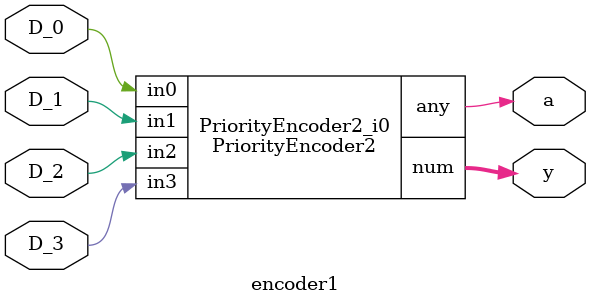
<source format=v>
/*
 * Generated by Digiblock. Don't modify this file!
 * Any changes will be lost if this file is regenerated.
 */
module PriorityEncoder2 (
    input in0,
    input in1,
    input in2,
    input in3,
    output reg [1:0] num,
    output any
);
    always @ (*) begin
        if (in3 == 1'b1)
            num = 2'h3;
        else if (in2 == 1'b1)
            num = 2'h2;
        else if (in1 == 1'b1)
            num = 2'h1;
        else 
            num = 2'h0;
    end

    assign any = in0 | in1 | in2 | in3;
endmodule

module encoder1 (
  input D_0, // data bit 0.
  input D_1, // data bit 1.
  input D_2, // data bit 2.
  input D_3, // data bit 3.
  output a,
  output [1:0] y
);
  PriorityEncoder2 PriorityEncoder2_i0 (
    .in0( D_0 ),
    .in1( D_1 ),
    .in2( D_2 ),
    .in3( D_3 ),
    .num( y ),
    .any( a )
  );
endmodule

</source>
